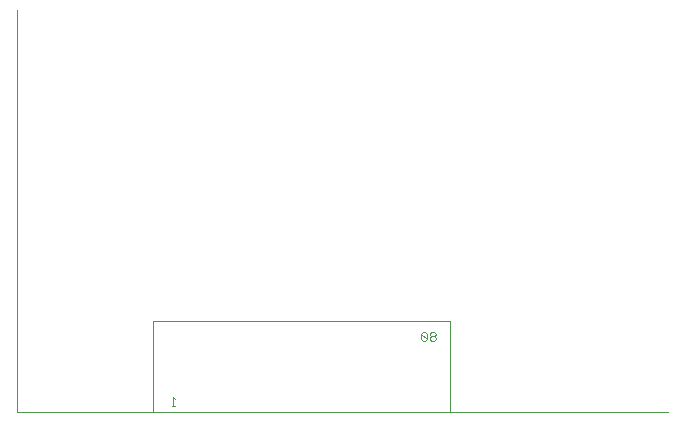
<source format=gbr>
G04 GERBER ASCII OUTPUT FROM: EDWINXP (VER. 1.61 REV. 20080915)*
G04 GERBER FORMAT: RX-274-X*
G04 BOARD: AMICUS_GSM_SHIELD*
G04 ARTWORK OF SOLD.PRINT POSITIVE*
%ASAXBY*%
%FSLAX23Y23*%
%MIA0B0*%
%MOIN*%
%OFA0.0000B0.0000*%
%SFA1B1*%
%IJA0B0*%
%INLAYER31POS*%
%IOA0B0*%
%IPPOS*%
%IR0*%
G04 APERTURE MACROS*
%AMEDWDONUT*
1,1,$1,$2,$3*
1,0,$4,$2,$3*
%
%AMEDWFRECT*
20,1,$1,$2,$3,$4,$5,$6*
%
%AMEDWORECT*
20,1,$1,$2,$3,$4,$5,$10*
20,1,$1,$4,$5,$6,$7,$10*
20,1,$1,$6,$7,$8,$9,$10*
20,1,$1,$8,$9,$2,$3,$10*
1,1,$1,$2,$3*
1,1,$1,$4,$5*
1,1,$1,$6,$7*
1,1,$1,$8,$9*
%
%AMEDWLINER*
20,1,$1,$2,$3,$4,$5,$6*
1,1,$1,$2,$3*
1,1,$1,$4,$5*
%
%AMEDWFTRNG*
4,1,3,$1,$2,$3,$4,$5,$6,$7,$8,$9*
%
%AMEDWATRNG*
4,1,3,$1,$2,$3,$4,$5,$6,$7,$8,$9*
20,1,$11,$1,$2,$3,$4,$10*
20,1,$11,$3,$4,$5,$6,$10*
20,1,$11,$5,$6,$7,$8,$10*
1,1,$11,$3,$4*
1,1,$11,$5,$6*
1,1,$11,$7,$8*
%
%AMEDWOTRNG*
20,1,$1,$2,$3,$4,$5,$8*
20,1,$1,$4,$5,$6,$7,$8*
20,1,$1,$6,$7,$2,$3,$8*
1,1,$1,$2,$3*
1,1,$1,$4,$5*
1,1,$1,$6,$7*
%
G04*
G04 APERTURE LIST*
%ADD10R,0.07874X0.05512*%
%ADD11R,0.10274X0.07912*%
%ADD12R,0.0748X0.05118*%
%ADD13R,0.0988X0.07518*%
%ADD14R,0.0700X0.0650*%
%ADD15R,0.0940X0.0890*%
%ADD16R,0.0600X0.0550*%
%ADD17R,0.0840X0.0790*%
%ADD18R,0.0650X0.0700*%
%ADD19R,0.0890X0.0940*%
%ADD20R,0.0550X0.0600*%
%ADD21R,0.0790X0.0840*%
%ADD22R,0.01378X0.06496*%
%ADD23R,0.03778X0.08896*%
%ADD24R,0.01181X0.06299*%
%ADD25R,0.03581X0.08699*%
%ADD26R,0.03386X0.05354*%
%ADD27R,0.05786X0.07754*%
%ADD28R,0.0315X0.05118*%
%ADD29R,0.0555X0.07518*%
%ADD30R,0.16535X0.16535*%
%ADD31R,0.18935X0.18935*%
%ADD32R,0.15748X0.15748*%
%ADD33R,0.18148X0.18148*%
%ADD34R,0.0450X0.0900*%
%ADD35R,0.0690X0.1140*%
%ADD36R,0.0350X0.0800*%
%ADD37R,0.0590X0.1040*%
%ADD38R,0.4200X0.1100*%
%ADD39R,0.4440X0.1340*%
%ADD40R,0.4100X0.1000*%
%ADD41R,0.4340X0.1240*%
%ADD42R,0.0580X0.0500*%
%ADD43R,0.0820X0.0740*%
%ADD44R,0.0480X0.0400*%
%ADD45R,0.0720X0.0640*%
%ADD46R,0.04724X0.06693*%
%ADD47R,0.07124X0.09093*%
%ADD48R,0.03937X0.05906*%
%ADD49R,0.06337X0.08306*%
%ADD50R,0.1350X0.1350*%
%ADD51R,0.1590X0.1590*%
%ADD52R,0.1250X0.1250*%
%ADD53R,0.1490X0.1490*%
%ADD54R,0.1700X0.1700*%
%ADD55R,0.1940X0.1940*%
%ADD56R,0.1560X0.1560*%
%ADD57R,0.1800X0.1800*%
%ADD58R,0.0860X0.0860*%
%ADD59R,0.1100X0.1100*%
%ADD60R,0.0700X0.0700*%
%ADD61R,0.0940X0.0940*%
%ADD62C,0.00039*%
%ADD64C,0.0010*%
%ADD66C,0.00118*%
%ADD68C,0.00197*%
%ADD70C,0.0020*%
%ADD71R,0.0020X0.0020*%
%ADD72C,0.0030*%
%ADD73R,0.0030X0.0030*%
%ADD74C,0.00394*%
%ADD76C,0.0040*%
%ADD77R,0.0040X0.0040*%
%ADD78C,0.0050*%
%ADD79R,0.0050X0.0050*%
%ADD80C,0.00512*%
%ADD81R,0.00512X0.00512*%
%ADD82C,0.00591*%
%ADD83R,0.00591X0.00591*%
%ADD84C,0.00659*%
%ADD85R,0.00659X0.00659*%
%ADD86C,0.00787*%
%ADD87R,0.00787X0.00787*%
%ADD88C,0.00799*%
%ADD90C,0.0080*%
%ADD92C,0.00984*%
%ADD93R,0.00984X0.00984*%
%ADD94C,0.0100*%
%ADD95R,0.0100X0.0100*%
%ADD96C,0.01181*%
%ADD97R,0.01181X0.01181*%
%ADD98C,0.0120*%
%ADD100C,0.0120*%
%ADD102C,0.0126*%
%ADD104C,0.0130*%
%ADD106C,0.01378*%
%ADD107R,0.01378X0.01378*%
%ADD108C,0.0150*%
%ADD109R,0.0150X0.0150*%
%ADD110C,0.0160*%
%ADD112C,0.01654*%
%ADD113R,0.01654X0.01654*%
%ADD114C,0.01969*%
%ADD115R,0.01969X0.01969*%
%ADD116C,0.0200*%
%ADD118C,0.02362*%
%ADD119R,0.02362X0.02362*%
%ADD120C,0.0240*%
%ADD121R,0.0240X0.0240*%
%ADD122C,0.0240*%
%ADD123R,0.0240X0.0240*%
%ADD124C,0.02439*%
%ADD125R,0.02439X0.02439*%
%ADD126C,0.02441*%
%ADD127R,0.02441X0.02441*%
%ADD128C,0.0250*%
%ADD129R,0.0250X0.0250*%
%ADD130C,0.02597*%
%ADD132C,0.02756*%
%ADD134C,0.02794*%
%ADD136C,0.0290*%
%ADD138C,0.02912*%
%ADD139R,0.02912X0.02912*%
%ADD140C,0.02991*%
%ADD141R,0.02991X0.02991*%
%ADD142C,0.0300*%
%ADD143R,0.0300X0.0300*%
%ADD144C,0.03059*%
%ADD145R,0.03059X0.03059*%
%ADD146C,0.0315*%
%ADD147R,0.0315X0.0315*%
%ADD148C,0.03187*%
%ADD150C,0.03199*%
%ADD151R,0.03199X0.03199*%
%ADD152C,0.0320*%
%ADD153R,0.0320X0.0320*%
%ADD154C,0.03386*%
%ADD155R,0.03386X0.03386*%
%ADD156C,0.0350*%
%ADD157R,0.0350X0.0350*%
%ADD158C,0.03581*%
%ADD159R,0.03581X0.03581*%
%ADD160C,0.0360*%
%ADD162C,0.0370*%
%ADD164C,0.03778*%
%ADD165R,0.03778X0.03778*%
%ADD166C,0.0390*%
%ADD167R,0.0390X0.0390*%
%ADD168C,0.03937*%
%ADD169R,0.03937X0.03937*%
%ADD170C,0.0400*%
%ADD171R,0.0400X0.0400*%
%ADD172C,0.04173*%
%ADD173R,0.04173X0.04173*%
%ADD174C,0.04331*%
%ADD176C,0.04369*%
%ADD177R,0.04369X0.04369*%
%ADD178C,0.0440*%
%ADD180C,0.0450*%
%ADD181R,0.0450X0.0450*%
%ADD182C,0.0470*%
%ADD183R,0.0470X0.0470*%
%ADD184C,0.04724*%
%ADD185R,0.04724X0.04724*%
%ADD186C,0.04762*%
%ADD187R,0.04762X0.04762*%
%ADD188C,0.0490*%
%ADD189R,0.0490X0.0490*%
%ADD190C,0.04921*%
%ADD191R,0.04921X0.04921*%
%ADD192C,0.04961*%
%ADD193R,0.04961X0.04961*%
%ADD194C,0.0500*%
%ADD195R,0.0500X0.0500*%
%ADD196C,0.05118*%
%ADD197R,0.05118X0.05118*%
%ADD198C,0.05354*%
%ADD199R,0.05354X0.05354*%
%ADD200C,0.05512*%
%ADD201R,0.05512X0.05512*%
%ADD202C,0.0555*%
%ADD203R,0.0555X0.0555*%
%ADD204C,0.0560*%
%ADD205R,0.0560X0.0560*%
%ADD206C,0.0570*%
%ADD207R,0.0570X0.0570*%
%ADD208C,0.05786*%
%ADD209R,0.05786X0.05786*%
%ADD210C,0.0590*%
%ADD211R,0.0590X0.0590*%
%ADD212C,0.05906*%
%ADD213R,0.05906X0.05906*%
%ADD214C,0.05945*%
%ADD215R,0.05945X0.05945*%
%ADD216C,0.0600*%
%ADD217R,0.0600X0.0600*%
%ADD218C,0.0620*%
%ADD219R,0.0620X0.0620*%
%ADD220C,0.06201*%
%ADD221R,0.06201X0.06201*%
%ADD222C,0.06299*%
%ADD223R,0.06299X0.06299*%
%ADD224C,0.06337*%
%ADD225R,0.06337X0.06337*%
%ADD226C,0.06496*%
%ADD227R,0.06496X0.06496*%
%ADD228C,0.0650*%
%ADD229R,0.0650X0.0650*%
%ADD230C,0.06693*%
%ADD231R,0.06693X0.06693*%
%ADD232C,0.06731*%
%ADD233R,0.06731X0.06731*%
%ADD234C,0.0690*%
%ADD235R,0.0690X0.0690*%
%ADD236C,0.06906*%
%ADD237R,0.06906X0.06906*%
%ADD238C,0.0700*%
%ADD239R,0.0700X0.0700*%
%ADD240C,0.07008*%
%ADD241R,0.07008X0.07008*%
%ADD242C,0.07087*%
%ADD243R,0.07087X0.07087*%
%ADD244C,0.0710*%
%ADD245R,0.0710X0.0710*%
%ADD246C,0.07124*%
%ADD247R,0.07124X0.07124*%
%ADD248C,0.0740*%
%ADD249R,0.0740X0.0740*%
%ADD250C,0.0748*%
%ADD251R,0.0748X0.0748*%
%ADD252C,0.0750*%
%ADD253R,0.0750X0.0750*%
%ADD254C,0.07518*%
%ADD255R,0.07518X0.07518*%
%ADD256C,0.07598*%
%ADD257R,0.07598X0.07598*%
%ADD258C,0.0760*%
%ADD259R,0.0760X0.0760*%
%ADD260C,0.07754*%
%ADD261R,0.07754X0.07754*%
%ADD262C,0.07795*%
%ADD263R,0.07795X0.07795*%
%ADD264C,0.07874*%
%ADD265R,0.07874X0.07874*%
%ADD266C,0.07912*%
%ADD267R,0.07912X0.07912*%
%ADD268C,0.0800*%
%ADD269R,0.0800X0.0800*%
%ADD270C,0.0810*%
%ADD271R,0.0810X0.0810*%
%ADD272C,0.08268*%
%ADD273R,0.08268X0.08268*%
%ADD274C,0.08306*%
%ADD275R,0.08306X0.08306*%
%ADD276C,0.08345*%
%ADD277R,0.08345X0.08345*%
%ADD278C,0.0840*%
%ADD279R,0.0840X0.0840*%
%ADD280C,0.08598*%
%ADD281R,0.08598X0.08598*%
%ADD282C,0.0860*%
%ADD283R,0.0860X0.0860*%
%ADD284C,0.08601*%
%ADD285R,0.08601X0.08601*%
%ADD286C,0.08661*%
%ADD287R,0.08661X0.08661*%
%ADD288C,0.08699*%
%ADD289R,0.08699X0.08699*%
%ADD290C,0.0870*%
%ADD291R,0.0870X0.0870*%
%ADD292C,0.08896*%
%ADD293R,0.08896X0.08896*%
%ADD294C,0.0890*%
%ADD295R,0.0890X0.0890*%
%ADD296C,0.0900*%
%ADD297R,0.0900X0.0900*%
%ADD298C,0.09093*%
%ADD299R,0.09093X0.09093*%
%ADD300C,0.0940*%
%ADD301R,0.0940X0.0940*%
%ADD302C,0.09449*%
%ADD303R,0.09449X0.09449*%
%ADD304C,0.09528*%
%ADD305R,0.09528X0.09528*%
%ADD306C,0.0970*%
%ADD307R,0.0970X0.0970*%
%ADD308C,0.09843*%
%ADD309R,0.09843X0.09843*%
%ADD310C,0.0988*%
%ADD311R,0.0988X0.0988*%
%ADD312C,0.0990*%
%ADD313R,0.0990X0.0990*%
%ADD314C,0.09998*%
%ADD316C,0.1000*%
%ADD317R,0.1000X0.1000*%
%ADD318C,0.10236*%
%ADD319R,0.10236X0.10236*%
%ADD320C,0.10274*%
%ADD321R,0.10274X0.10274*%
%ADD322C,0.10315*%
%ADD323R,0.10315X0.10315*%
%ADD324C,0.1040*%
%ADD325R,0.1040X0.1040*%
%ADD326C,0.1063*%
%ADD327R,0.1063X0.1063*%
%ADD328C,0.10668*%
%ADD329R,0.10668X0.10668*%
%ADD330C,0.10998*%
%ADD331R,0.10998X0.10998*%
%ADD332C,0.1100*%
%ADD333R,0.1100X0.1100*%
%ADD334C,0.11024*%
%ADD335R,0.11024X0.11024*%
%ADD336C,0.11061*%
%ADD337R,0.11061X0.11061*%
%ADD338C,0.1110*%
%ADD339R,0.1110X0.1110*%
%ADD340C,0.1120*%
%ADD341R,0.1120X0.1120*%
%ADD342C,0.1140*%
%ADD343R,0.1140X0.1140*%
%ADD344C,0.1150*%
%ADD345R,0.1150X0.1150*%
%ADD346C,0.11811*%
%ADD347R,0.11811X0.11811*%
%ADD348C,0.1200*%
%ADD349R,0.1200X0.1200*%
%ADD350C,0.1210*%
%ADD351R,0.1210X0.1210*%
%ADD352C,0.12243*%
%ADD353R,0.12243X0.12243*%
%ADD354C,0.1240*%
%ADD355R,0.1240X0.1240*%
%ADD356C,0.1250*%
%ADD357R,0.1250X0.1250*%
%ADD358C,0.12598*%
%ADD359R,0.12598X0.12598*%
%ADD360C,0.12636*%
%ADD361R,0.12636X0.12636*%
%ADD362C,0.12992*%
%ADD363R,0.12992X0.12992*%
%ADD364C,0.1300*%
%ADD365R,0.1300X0.1300*%
%ADD366C,0.1340*%
%ADD367R,0.1340X0.1340*%
%ADD368C,0.1390*%
%ADD369R,0.1390X0.1390*%
%ADD370C,0.1420*%
%ADD371R,0.1420X0.1420*%
%ADD372C,0.1440*%
%ADD373R,0.1440X0.1440*%
%ADD374C,0.14567*%
%ADD375R,0.14567X0.14567*%
%ADD376C,0.1490*%
%ADD377R,0.1490X0.1490*%
%ADD378C,0.14961*%
%ADD379R,0.14961X0.14961*%
%ADD380C,0.15118*%
%ADD381R,0.15118X0.15118*%
%ADD382C,0.1520*%
%ADD383R,0.1520X0.1520*%
%ADD384C,0.15354*%
%ADD385R,0.15354X0.15354*%
%ADD386C,0.15374*%
%ADD387R,0.15374X0.15374*%
%ADD388C,0.1540*%
%ADD389R,0.1540X0.1540*%
%ADD390C,0.15748*%
%ADD391R,0.15748X0.15748*%
%ADD392C,0.16535*%
%ADD393R,0.16535X0.16535*%
%ADD394C,0.1660*%
%ADD395R,0.1660X0.1660*%
%ADD396C,0.17323*%
%ADD398C,0.1760*%
%ADD399R,0.1760X0.1760*%
%ADD400C,0.17774*%
%ADD401R,0.17774X0.17774*%
%ADD402C,0.18148*%
%ADD403R,0.18148X0.18148*%
%ADD404C,0.18504*%
%ADD406C,0.18898*%
%ADD408C,0.18935*%
%ADD409R,0.18935X0.18935*%
%ADD410C,0.19685*%
%ADD411R,0.19685X0.19685*%
%ADD412C,0.20472*%
%ADD413R,0.20472X0.20472*%
%ADD414C,0.20904*%
%ADD416C,0.2126*%
%ADD418C,0.21298*%
%ADD420C,0.22085*%
%ADD421R,0.22085X0.22085*%
%ADD422C,0.22835*%
%ADD425R,0.22872X0.22872*%
%ADD427R,0.23622X0.23622*%
%ADD429R,0.24409X0.24409*%
%ADD431R,0.24937X0.24937*%
%ADD433R,0.26022X0.26022*%
%ADD435R,0.26142X0.26142*%
%ADD437R,0.26929X0.26929*%
%ADD439R,0.27337X0.27337*%
%ADD441R,0.31496X0.31496*%
%ADD443R,0.32811X0.32811*%
%ADD445R,0.33896X0.33896*%
%ADD447R,0.35211X0.35211*%
%ADD449R,0.35433X0.35433*%
%ADD451R,0.3622X0.3622*%
%ADD453R,0.37833X0.37833*%
%ADD455R,0.3862X0.3862*%
%ADD456C,0.4862*%
%ADD457R,0.4862X0.4862*%
%ADD458C,0.5862*%
%ADD459R,0.5862X0.5862*%
%ADD460C,0.6862*%
%ADD461R,0.6862X0.6862*%
%ADD462C,0.7862*%
%ADD463R,0.7862X0.7862*%
%ADD464C,0.8862*%
%ADD465R,0.8862X0.8862*%
%ADD466C,0.9862*%
%ADD467R,0.9862X0.9862*%
%ADD468C,1.0862*%
%ADD469R,1.0862X1.0862*%
%ADD470C,1.1862*%
%ADD471R,1.1862X1.1862*%
%ADD472C,1.2862*%
%ADD473R,1.2862X1.2862*%
%ADD474C,1.3862*%
%ADD475R,1.3862X1.3862*%
%ADD476C,1.4862*%
%ADD477R,1.4862X1.4862*%
%ADD478C,1.5862*%
%ADD479R,1.5862X1.5862*%
%ADD480C,1.6862*%
%ADD481R,1.6862X1.6862*%
%ADD482C,1.7862*%
%ADD483R,1.7862X1.7862*%
%ADD484C,1.8862*%
%ADD485R,1.8862X1.8862*%
%ADD486C,1.9862*%
%ADD487R,1.9862X1.9862*%
G04*
D68*
X2597Y386D02*
X2597Y1727D01*
X427Y1727D01*
X427Y386D01*
X2597Y386D01*
D74*
X955Y408D02*
X945Y408D01*
X950Y408D02*
X950Y436D01*
X955Y432D01*
X1824Y629D02*
X1824Y634D01*
X1819Y639D01*
X1809Y639D01*
X1805Y644D01*
X1805Y648D01*
X1809Y653D01*
X1819Y653D01*
X1824Y648D01*
X1824Y644D01*
X1819Y639D01*
X1809Y639D02*
X1805Y634D01*
X1805Y629D01*
X1809Y625D01*
X1819Y625D01*
X1824Y629D01*
X1795Y629D02*
X1795Y648D01*
X1790Y653D01*
X1781Y653D01*
X1776Y648D01*
X1776Y629D01*
X1781Y625D01*
X1790Y625D01*
X1795Y629D01*
X1776Y648D01*
X1871Y386D02*
X1871Y690D01*
X883Y690D02*
X883Y386D01*
X1871Y690D02*
X883Y690D01*
M02*

</source>
